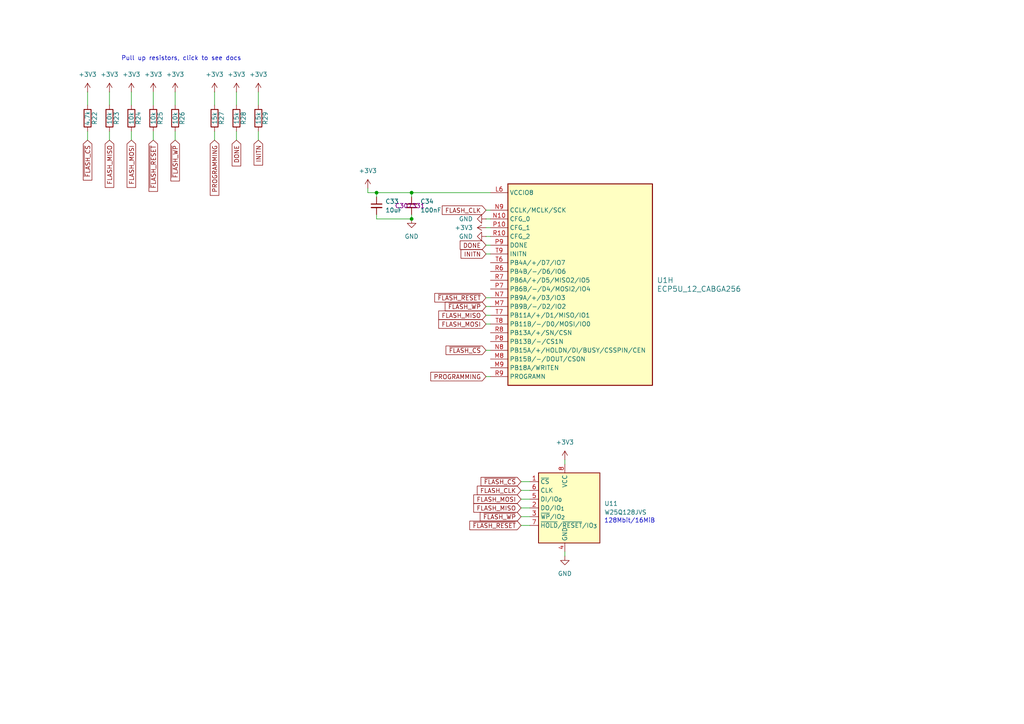
<source format=kicad_sch>
(kicad_sch (version 20250114) (generator "eeschema") (generator_version "9.0")
  (paper "A4")
  (title_block (title "Icepi zero") (date "2025-04-26") (rev "v1") (company "Chengyin Yao (cheyao)") (comment 1 "https://github.com/cheyao/icepi-zero"))
  (lib_symbols
    (symbol "Device:C_Small" (pin_numbers (hide yes)) (pin_names (offset 0.254) (hide yes))
      (property "Reference" "C" (at 0.254 1.778 0))
      (property "Value" "C_Small" (at 0.254 -2.032 0))
      (symbol "C_Small_0_1"
        (polyline (pts (xy -1.524 0.508) (xy 1.524 0.508)) (stroke (width 0.3048)))
        (polyline (pts (xy -1.524 -0.508) (xy 1.524 -0.508)) (stroke (width 0.3302)))
      )
      (symbol "C_Small_1_1"
        (pin passive line (at 0 2.54 270) (length 2.032) (name "~") (number "1"))
        (pin passive line (at 0 -2.54 90) (length 2.032) (name "~") (number "2"))
      )
    )
    (symbol "Device:R" (pin_numbers (hide yes)) (pin_names (offset 0))
      (property "Reference" "R" (at 2.032 0 90))
      (property "Value" "R" (at 0 0 90))
      (symbol "R_0_1"
        (rectangle (start -1.016 -2.54) (end 1.016 2.54) (stroke (width 0.254)))
      )
      (symbol "R_1_1"
        (pin passive line (at 0 3.81 270) (length 1.27) (name "~") (number "1"))
        (pin passive line (at 0 -3.81 90) (length 1.27) (name "~") (number "2"))
      )
    )
    (symbol "Memory_Flash:W25Q128JVS"
      (property "Reference" "U" (at -6.35 11.43 0))
      (property "Value" "W25Q128JVS" (at 7.62 11.43 0))
      (symbol "W25Q128JVS_0_1"
        (rectangle (start -7.62 10.16) (end 10.16 -10.16) (stroke (width 0.254)) (fill (type background)))
      )
      (symbol "W25Q128JVS_1_1"
        (pin input line (at -10.16 7.62 0) (length 2.54) (name "~{CS}") (number "1"))
        (pin input line (at -10.16 5.08 0) (length 2.54) (name "CLK") (number "6"))
        (pin bidirectional line (at -10.16 2.54 0) (length 2.54) (name "DI/IO_{0}") (number "5"))
        (pin bidirectional line (at -10.16 0 0) (length 2.54) (name "DO/IO_{1}") (number "2"))
        (pin bidirectional line (at -10.16 -2.54 0) (length 2.54) (name "~{WP}/IO_{2}") (number "3"))
        (pin bidirectional line (at -10.16 -5.08 0) (length 2.54) (name "~{HOLD}/~{RESET}/IO_{3}") (number "7"))
        (pin power_in line (at 0 12.7 270) (length 2.54) (name "VCC") (number "8"))
        (pin power_in line (at 0 -12.7 90) (length 2.54) (name "GND") (number "4"))
      )
    )
    (symbol "josh:ECP5U_12_CABGA256"
      (property "Reference" "U" (at -15.24 45.72 0))
      (property "Value" "ECP5U_12_CABGA256" (at 7.62 43.18 0))
      (symbol "ECP5U_12_CABGA256_1_1"
        (rectangle (start -7.62 7.62) (end 6.35 -7.62) (stroke (width 0.001)) (fill (type background)))
        (pin power_in line (at -12.7 5.08 0) (length 5.08) (name "VCC[6]") (number "G6"))
        (pin power_in line (at -12.7 5.08 0) (length 5.08) (name "VCC[6]") (number "G7"))
        (pin power_in line (at -12.7 5.08 0) (length 5.08) (name "VCC[6]") (number "G9"))
        (pin power_in line (at -12.7 5.08 0) (length 5.08) (name "VCC[6]") (number "L10"))
        (pin power_in line (at -12.7 5.08 0) (length 5.08) (name "VCC[6]") (number "L8"))
        (pin power_in line (at -12.7 5.08 0) (length 5.08) (name "VCC[6]") (number "L9"))
        (pin power_in line (at -12.7 2.54 0) (length 5.08) (name "VCCAUX[2]") (number "G11"))
        (pin power_in line (at -12.7 2.54 0) (length 5.08) (name "VCCAUX[2]") (number "L7"))
        (pin power_in line (at -12.7 -5.08 0) (length 5.08) (name "GND[27]") (number "A1"))
        (pin power_in line (at -12.7 -5.08 0) (length 5.08) (name "GND[27]") (number "A16"))
        (pin power_in line (at -12.7 -5.08 0) (length 5.08) (name "GND[27]") (number "D15"))
        (pin power_in line (at -12.7 -5.08 0) (length 5.08) (name "GND[27]") (number "D2"))
        (pin power_in line (at -12.7 -5.08 0) (length 5.08) (name "GND[27]") (number "F8"))
        (pin power_in line (at -12.7 -5.08 0) (length 5.08) (name "GND[27]") (number "F9"))
        (pin power_in line (at -12.7 -5.08 0) (length 5.08) (name "GND[27]") (number "G10"))
        (pin power_in line (at -12.7 -5.08 0) (length 5.08) (name "GND[27]") (number "G8"))
        (pin power_in line (at -12.7 -5.08 0) (length 5.08) (name "GND[27]") (number "H1"))
        (pin power_in line (at -12.7 -5.08 0) (length 5.08) (name "GND[27]") (number "H10"))
        (pin power_in line (at -12.7 -5.08 0) (length 5.08) (name "GND[27]") (number "H16"))
        (pin power_in line (at -12.7 -5.08 0) (length 5.08) (name "GND[27]") (number "H8"))
        (pin power_in line (at -12.7 -5.08 0) (length 5.08) (name "GND[27]") (number "H9"))
        (pin power_in line (at -12.7 -5.08 0) (length 5.08) (name "GND[27]") (number "J10"))
        (pin power_in line (at -12.7 -5.08 0) (length 5.08) (name "GND[27]") (number "J8"))
        (pin power_in line (at -12.7 -5.08 0) (length 5.08) (name "GND[27]") (number "J9"))
        (pin power_in line (at -12.7 -5.08 0) (length 5.08) (name "GND[27]") (number "K10"))
        (pin power_in line (at -12.7 -5.08 0) (length 5.08) (name "GND[27]") (number "K6"))
        (pin power_in line (at -12.7 -5.08 0) (length 5.08) (name "GND[27]") (number "K7"))
        (pin power_in line (at -12.7 -5.08 0) (length 5.08) (name "GND[27]") (number "K8"))
        (pin power_in line (at -12.7 -5.08 0) (length 5.08) (name "GND[27]") (number "K9"))
        (pin power_in line (at -12.7 -5.08 0) (length 5.08) (name "GND[27]") (number "N15"))
        (pin power_in line (at -12.7 -5.08 0) (length 5.08) (name "GND[27]") (number "N2"))
        (pin power_in line (at -12.7 -5.08 0) (length 5.08) (name "GND[27]") (number "T1"))
        (pin power_in line (at -12.7 -5.08 0) (length 5.08) (name "GND[27]") (number "T12"))
        (pin power_in line (at -12.7 -5.08 0) (length 5.08) (name "GND[27]") (number "T16"))
        (pin power_in line (at -12.7 -5.08 0) (length 5.08) (name "GND[27]") (number "T5"))
      )
      (symbol "ECP5U_12_CABGA256_2_1"
        (rectangle (start -16.51 40.64) (end 8.89 -27.94) (stroke (width 0.305)) (fill (type background)))
        (pin power_in line (at -21.59 38.1 0) (length 5.08) (name "VCCIO0[2]") (number "F6"))
        (pin power_in line (at -21.59 38.1 0) (length 5.08) (name "VCCIO0[2]") (number "F7"))
        (pin bidirectional line (at -21.59 33.02 0) (length 5.08) (name "PT4A/+") (number "A2"))
        (pin bidirectional line (at -21.59 30.48 0) (length 5.08) (name "PT4B/-") (number "B3"))
        (pin bidirectional line (at -21.59 27.94 0) (length 5.08) (name "PT6A/+") (number "A3"))
        (pin bidirectional line (at -21.59 25.4 0) (length 5.08) (name "PT6B/-") (number "A4"))
        (pin bidirectional line (at -21.59 22.86 0) (length 5.08) (name "PT9A/+") (number "E4"))
        (pin bidirectional line (at -21.59 20.32 0) (length 5.08) (name "PT9B/-") (number "D4"))
        (pin bidirectional line (at -21.59 17.78 0) (length 5.08) (name "PT11A/+") (number "C4"))
        (pin bidirectional line (at -21.59 15.24 0) (length 5.08) (name "PT11B/-") (number "B4"))
        (pin bidirectional line (at -21.59 12.7 0) (length 5.08) (name "PT13A/+") (number "E5"))
        (pin bidirectional line (at -21.59 10.16 0) (length 5.08) (name "PT13B/-") (number "D5"))
        (pin bidirectional line (at -21.59 7.62 0) (length 5.08) (name "PT15A/+") (number "C5"))
        (pin bidirectional line (at -21.59 5.08 0) (length 5.08) (name "PT15B/-") (number "B5"))
        (pin bidirectional line (at -21.59 2.54 0) (length 5.08) (name "PT18A/+") (number "A5"))
        (pin bidirectional line (at -21.59 0 0) (length 5.08) (name "PT18B/-") (number "A6"))
        (pin bidirectional line (at -21.59 -2.54 0) (length 5.08) (name "PT20A/+") (number "E6"))
        (pin bidirectional line (at -21.59 -5.08 0) (length 5.08) (name "PT20B/-") (number "D6"))
        (pin bidirectional line (at -21.59 -7.62 0) (length 5.08) (name "PT22A/+") (number "C6"))
        (pin bidirectional line (at -21.59 -10.16 0) (length 5.08) (name "PT22B/-") (number "B6"))
        (pin bidirectional line (at -21.59 -12.7 0) (length 5.08) (name "PT24A/+/GR_PCLK0_1") (number "E7"))
        (pin bidirectional line (at -21.59 -15.24 0) (length 5.08) (name "PT24B/-/GR_PCLK0_0") (number "D7"))
        (pin bidirectional line (at -21.59 -17.78 0) (length 5.08) (name "PT27A/+/PCLKT0_1") (number "C7"))
        (pin bidirectional line (at -21.59 -20.32 0) (length 5.08) (name "PT27B/-/PCLKC0_1") (number "B7"))
        (pin bidirectional line (at -21.59 -22.86 0) (length 5.08) (name "PT29A/+/PCLKT0_0") (number "A7"))
        (pin bidirectional line (at -21.59 -25.4 0) (length 5.08) (name "PT29B/-/PCLKC0_0") (number "A8"))
      )
      (symbol "ECP5U_12_CABGA256_3_1"
        (rectangle (start -16.51 40.64) (end 8.89 -48.26) (stroke (width 0.305)) (fill (type background)))
        (pin power_in line (at -21.59 38.1 0) (length 5.08) (name "VCCIO1[2]") (number "F10"))
        (pin power_in line (at -21.59 38.1 0) (length 5.08) (name "VCCIO1[2]") (number "F11"))
        (pin bidirectional line (at -21.59 33.02 0) (length 5.08) (name "PT33A/+/PCLKT1_1") (number "E8"))
        (pin bidirectional line (at -21.59 30.48 0) (length 5.08) (name "PT33B/-/PCLKC1_1") (number "D8"))
        (pin bidirectional line (at -21.59 27.94 0) (length 5.08) (name "PT35A/+/PCLKT1_0") (number "C8"))
        (pin bidirectional line (at -21.59 25.4 0) (length 5.08) (name "PT35B/-/PCLKC1_0") (number "B8"))
        (pin bidirectional line (at -21.59 22.86 0) (length 5.08) (name "PT38A/+/GR_PCLK1_0") (number "B9"))
        (pin bidirectional line (at -21.59 20.32 0) (length 5.08) (name "PT38B/-/GR_PCLK1_1") (number "C9"))
        (pin bidirectional line (at -21.59 17.78 0) (length 5.08) (name "PT40A/+") (number "D9"))
        (pin bidirectional line (at -21.59 15.24 0) (length 5.08) (name "PT40B/-") (number "E9"))
        (pin bidirectional line (at -21.59 12.7 0) (length 5.08) (name "PT42A/+") (number "A9"))
        (pin bidirectional line (at -21.59 10.16 0) (length 5.08) (name "PT42B/-") (number "A10"))
        (pin bidirectional line (at -21.59 7.62 0) (length 5.08) (name "PT44A/+") (number "B10"))
        (pin bidirectional line (at -21.59 5.08 0) (length 5.08) (name "PT44B/-") (number "C10"))
        (pin bidirectional line (at -21.59 2.54 0) (length 5.08) (name "PT47A/+") (number "D10"))
        (pin bidirectional line (at -21.59 0 0) (length 5.08) (name "PT47B/-") (number "E10"))
        (pin bidirectional line (at -21.59 -2.54 0) (length 5.08) (name "PT49A/+") (number "B11"))
        (pin bidirectional line (at -21.59 -5.08 0) (length 5.08) (name "PT49B/-") (number "C11"))
        (pin bidirectional line (at -21.59 -7.62 0) (length 5.08) (name "PT51A/+") (number "D11"))
        (pin bidirectional line (at -21.59 -10.16 0) (length 5.08) (name "PT51B/-") (number "E11"))
        (pin bidirectional line (at -21.59 -12.7 0) (length 5.08) (name "PT53A/+") (number "A11"))
        (pin bidirectional line (at -21.59 -15.24 0) (length 5.08) (name "PT53B/-") (number "A12"))
        (pin bidirectional line (at -21.59 -17.78 0) (length 5.08) (name "PT56A/+") (number "B12"))
        (pin bidirectional line (at -21.59 -20.32 0) (length 5.08) (name "PT56B/-") (number "C12"))
        (pin bidirectional line (at -21.59 -22.86 0) (length 5.08) (name "PT58A/+") (number "D12"))
        (pin bidirectional line (at -21.59 -25.4 0) (length 5.08) (name "PT58B/-") (number "E12"))
        (pin bidirectional line (at -21.59 -27.94 0) (length 5.08) (name "PT60A/+") (number "B13"))
        (pin bidirectional line (at -21.59 -30.48 0) (length 5.08) (name "PT60B/-") (number "C13"))
        (pin bidirectional line (at -21.59 -33.02 0) (length 5.08) (name "PT62A/+") (number "D13"))
        (pin bidirectional line (at -21.59 -35.56 0) (length 5.08) (name "PT62B/-") (number "E13"))
        (pin bidirectional line (at -21.59 -38.1 0) (length 5.08) (name "PT65A/+") (number "A13"))
        (pin bidirectional line (at -21.59 -40.64 0) (length 5.08) (name "PT65B/-") (number "A14"))
        (pin bidirectional line (at -21.59 -43.18 0) (length 5.08) (name "PT67A/+") (number "B14"))
        (pin bidirectional line (at -21.59 -45.72 0) (length 5.08) (name "PT67B/-") (number "A15"))
      )
      (symbol "ECP5U_12_CABGA256_4_1"
        (rectangle (start -16.51 40.64) (end 21.59 -48.26) (stroke (width 0.305)) (fill (type background)))
        (pin power_in line (at -21.59 38.1 0) (length 5.08) (name "VCCIO2[2]") (number "H11"))
        (pin power_in line (at -21.59 38.1 0) (length 5.08) (name "VCCIO2[2]") (number "J11"))
        (pin bidirectional line (at -21.59 33.02 0) (length 5.08) (name "PR2A/+/HS/RDQ8") (number "B16"))
        (pin bidirectional line (at -21.59 30.48 0) (length 5.08) (name "PR2B/-/S0_IN/HS/RDQ8") (number "B15"))
        (pin bidirectional line (at -21.59 27.94 0) (length 5.08) (name "PR2C/+/RDQ8") (number "C14"))
        (pin bidirectional line (at -21.59 25.4 0) (length 5.08) (name "PR2D/-/RDQ8") (number "D14"))
        (pin bidirectional line (at -21.59 22.86 0) (length 5.08) (name "PR5A/+/HS/RDQ8") (number "C16"))
        (pin bidirectional line (at -21.59 20.32 0) (length 5.08) (name "PR5B/-/HS/RDQ8") (number "C15"))
        (pin bidirectional line (at -21.59 17.78 0) (length 5.08) (name "PR5C/+/RDQ8") (number "E14"))
        (pin bidirectional line (at -21.59 15.24 0) (length 5.08) (name "PR5D/-/RDQ8") (number "F14"))
        (pin bidirectional line (at -21.59 12.7 0) (length 5.08) (name "PR8A/+/HS/RDQS8") (number "D16"))
        (pin bidirectional line (at -21.59 10.16 0) (length 5.08) (name "PR8B/-/HS/RDQSN8") (number "E15"))
        (pin bidirectional line (at -21.59 7.62 0) (length 5.08) (name "PR8C/+/RDQ8") (number "F13"))
        (pin bidirectional line (at -21.59 5.08 0) (length 5.08) (name "PR8D/-/RDQ8") (number "F12"))
        (pin bidirectional line (at -21.59 2.54 0) (length 5.08) (name "PR11A/+/HS/RDQ8") (number "G12"))
        (pin bidirectional line (at -21.59 0 0) (length 5.08) (name "PR11B/-/HS/RDQ8") (number "G13"))
        (pin bidirectional line (at -21.59 -2.54 0) (length 5.08) (name "PR11C/+/RDQ8") (number "F15"))
        (pin bidirectional line (at -21.59 -5.08 0) (length 5.08) (name "PR11D/-/RDQ8") (number "E16"))
        (pin bidirectional line (at -21.59 -7.62 0) (length 5.08) (name "PR14A/+/HS/RDQ20") (number "F16"))
        (pin bidirectional line (at -21.59 -10.16 0) (length 5.08) (name "PR14B/-/HS/RDQ20") (number "G15"))
        (pin bidirectional line (at -21.59 -12.7 0) (length 5.08) (name "PR14C/+/VREF1_2/RDQ20") (number "G14"))
        (pin bidirectional line (at -21.59 -15.24 0) (length 5.08) (name "PR14D/-/RDQ20") (number "H14"))
        (pin bidirectional line (at -21.59 -17.78 0) (length 5.08) (name "PR17A/+/HS/RDQ20") (number "H12"))
        (pin bidirectional line (at -21.59 -20.32 0) (length 5.08) (name "PR17B/-/HS/RDQ20") (number "H13"))
        (pin bidirectional line (at -21.59 -22.86 0) (length 5.08) (name "PR17C/+/RDQ20") (number "J13"))
        (pin bidirectional line (at -21.59 -25.4 0) (length 5.08) (name "PR17D/-/RDQ20") (number "J12"))
        (pin bidirectional line (at -21.59 -27.94 0) (length 5.08) (name "PR20A/+/GR_PCLK2_1/HS/RDQS20") (number "G16"))
        (pin bidirectional line (at -21.59 -30.48 0) (length 5.08) (name "PR20B/-/HS/RDQSN20") (number "H15"))
        (pin bidirectional line (at -21.59 -33.02 0) (length 5.08) (name "PR20C/+/GR_PCLK2_0/RDQ20") (number "J14"))
        (pin bidirectional line (at -21.59 -35.56 0) (length 5.08) (name "PR20D/-/RDQ20") (number "K14"))
        (pin bidirectional line (at -21.59 -38.1 0) (length 5.08) (name "PR23A/+/PCLKT2_1/HS/RDQ20") (number "J16"))
        (pin bidirectional line (at -21.59 -40.64 0) (length 5.08) (name "PR23B/-/PCLKC2_1/HS/RDQ20") (number "J15"))
        (pin bidirectional line (at -21.59 -43.18 0) (length 5.08) (name "PR23C/+/PCLKT2_0/RDQ20") (number "K16"))
        (pin bidirectional line (at -21.59 -45.72 0) (length 5.08) (name "PR23D/-/PCLKC2_0/RDQ20") (number "K15"))
      )
      (symbol "ECP5U_12_CABGA256_5_1"
        (rectangle (start -16.51 40.64) (end 19.05 -48.26) (stroke (width 0.305)) (fill (type background)))
        (pin power_in line (at -21.59 38.1 0) (length 5.08) (name "VCCIO3[2]") (number "K11"))
        (pin power_in line (at -21.59 38.1 0) (length 5.08) (name "VCCIO3[2]") (number "L11"))
        (pin bidirectional line (at -21.59 33.02 0) (length 5.08) (name "PR26A/+/PCLKT3_1/HS/RDQ32") (number "L16"))
        (pin bidirectional line (at -21.59 30.48 0) (length 5.08) (name "PR26B/-/PCLKC3_1/HS/RDQ32") (number "L15"))
        (pin bidirectional line (at -21.59 27.94 0) (length 5.08) (name "PR26C/+/PCLKT3_0/RDQ32") (number "M16"))
        (pin bidirectional line (at -21.59 25.4 0) (length 5.08) (name "PR26D/-/PCLKC3_0/RDQ32") (number "M15"))
        (pin bidirectional line (at -21.59 22.86 0) (length 5.08) (name "PR29A/+/GR_PCLK3_0/HS/RDQ32") (number "K13"))
        (pin bidirectional line (at -21.59 20.32 0) (length 5.08) (name "PR29B/-/HS/RDQ32") (number "K12"))
        (pin bidirectional line (at -21.59 17.78 0) (length 5.08) (name "PR29C/+/GR_PCLK3_1/RDQ32") (number "L13"))
        (pin bidirectional line (at -21.59 15.24 0) (length 5.08) (name "PR29D/-/RDQ32") (number "L12"))
        (pin bidirectional line (at -21.59 12.7 0) (length 5.08) (name "PR32A/+/HS/RDQS32") (number "N16"))
        (pin bidirectional line (at -21.59 10.16 0) (length 5.08) (name "PR32B/-/HS/RDQSN32") (number "P15"))
        (pin bidirectional line (at -21.59 7.62 0) (length 5.08) (name "PR32C/+/RDQ32") (number "L14"))
        (pin bidirectional line (at -21.59 5.08 0) (length 5.08) (name "PR32D/-/RDQ32") (number "M14"))
        (pin bidirectional line (at -21.59 2.54 0) (length 5.08) (name "PR35A/+/HS/RDQ32") (number "P16"))
        (pin bidirectional line (at -21.59 0 0) (length 5.08) (name "PR35B/-/VREF1_3/HS/RDQ32") (number "R16"))
        (pin bidirectional line (at -21.59 -2.54 0) (length 5.08) (name "PR35C/+/RDQ32") (number "M13"))
        (pin bidirectional line (at -21.59 -5.08 0) (length 5.08) (name "PR35D/-/RDQ32") (number "N14"))
        (pin bidirectional line (at -21.59 -7.62 0) (length 5.08) (name "PR38A/+/HS/RDQ44") (number "N13"))
        (pin bidirectional line (at -21.59 -10.16 0) (length 5.08) (name "PR38B/-/HS/RDQ44") (number "P14"))
        (pin bidirectional line (at -21.59 -12.7 0) (length 5.08) (name "PR38C/+/RDQ44") (number "R15"))
        (pin bidirectional line (at -21.59 -15.24 0) (length 5.08) (name "PR38D/-/RDQ44") (number "T15"))
        (pin bidirectional line (at -21.59 -17.78 0) (length 5.08) (name "PR41A/+/HS/RDQ44") (number "P13"))
        (pin bidirectional line (at -21.59 -20.32 0) (length 5.08) (name "PR41B/-/HS/RDQ44") (number "R14"))
        (pin bidirectional line (at -21.59 -22.86 0) (length 5.08) (name "PR41C/+/RDQ44") (number "R13"))
        (pin bidirectional line (at -21.59 -25.4 0) (length 5.08) (name "PR41D/-/RDQ44") (number "T14"))
        (pin bidirectional line (at -21.59 -27.94 0) (length 5.08) (name "PR44A/+/HS/RDQS44") (number "R12"))
        (pin bidirectional line (at -21.59 -30.48 0) (length 5.08) (name "PR44B/-/HS/RDQSN44") (number "T13"))
        (pin bidirectional line (at -21.59 -33.02 0) (length 5.08) (name "PR44C/+/RDQ44") (number "M12"))
        (pin bidirectional line (at -21.59 -35.56 0) (length 5.08) (name "PR44D/-/RDQ44") (number "N12"))
        (pin bidirectional line (at -21.59 -38.1 0) (length 5.08) (name "PR47A/+/HS/RDQ44") (number "M11"))
        (pin bidirectional line (at -21.59 -40.64 0) (length 5.08) (name "PR47B/-/HS/RDQ44") (number "N11"))
        (pin bidirectional line (at -21.59 -43.18 0) (length 5.08) (name "PR47C/+/LRC_GPLL0T_IN/RDQ44") (number "P11"))
        (pin bidirectional line (at -21.59 -45.72 0) (length 5.08) (name "PR47D/-/LRC_GPLL0C_IN/RDQ44") (number "P12"))
      )
      (symbol "ECP5U_12_CABGA256_6_1"
        (rectangle (start -16.51 40.64) (end 19.05 -48.26) (stroke (width 0.305)) (fill (type background)))
        (pin power_in line (at -21.59 38.1 0) (length 5.08) (name "VCCIO6[2]") (number "J6"))
        (pin power_in line (at -21.59 38.1 0) (length 5.08) (name "VCCIO6[2]") (number "J7"))
        (pin bidirectional line (at -21.59 33.02 0) (length 5.08) (name "PL26A/+/PCLKT6_1/HS/LDQ32") (number "L1"))
        (pin bidirectional line (at -21.59 30.48 0) (length 5.08) (name "PL26B/-/PCLKC6_1/HS/LDQ32") (number "L2"))
        (pin bidirectional line (at -21.59 27.94 0) (length 5.08) (name "PL26C/+/PCLKT6_0/LDQ32") (number "M1"))
        (pin bidirectional line (at -21.59 25.4 0) (length 5.08) (name "PL26D/-/PCLKC6_0/LDQ32") (number "M2"))
        (pin bidirectional line (at -21.59 22.86 0) (length 5.08) (name "PL29A/+/GR_PCLK6_0/HS/LDQ32") (number "K4"))
        (pin bidirectional line (at -21.59 20.32 0) (length 5.08) (name "PL29B/-/HS/LDQ32") (number "K5"))
        (pin bidirectional line (at -21.59 17.78 0) (length 5.08) (name "PL29C/+/GR_PCLK6_1/LDQ32") (number "L4"))
        (pin bidirectional line (at -21.59 15.24 0) (length 5.08) (name "PL29D/-/LDQ32") (number "L5"))
        (pin bidirectional line (at -21.59 12.7 0) (length 5.08) (name "PL32A/+/HS/LDQS32") (number "N1"))
        (pin bidirectional line (at -21.59 10.16 0) (length 5.08) (name "PL32B/-/HS/LDQSN32") (number "P2"))
        (pin bidirectional line (at -21.59 7.62 0) (length 5.08) (name "PL32C/+/LDQ32") (number "L3"))
        (pin bidirectional line (at -21.59 5.08 0) (length 5.08) (name "PL32D/-/LDQ32") (number "M3"))
        (pin bidirectional line (at -21.59 2.54 0) (length 5.08) (name "PL35A/+/HS/LDQ32") (number "P1"))
        (pin bidirectional line (at -21.59 0 0) (length 5.08) (name "PL35B/-/VREF1_6/HS/LDQ32") (number "R1"))
        (pin bidirectional line (at -21.59 -2.54 0) (length 5.08) (name "PL35C/+/LDQ32") (number "M4"))
        (pin bidirectional line (at -21.59 -5.08 0) (length 5.08) (name "PL35D/-/LDQ32") (number "N3"))
        (pin bidirectional line (at -21.59 -7.62 0) (length 5.08) (name "PL38A/+/HS/LDQ44") (number "N4"))
        (pin bidirectional line (at -21.59 -10.16 0) (length 5.08) (name "PL38B/-/HS/LDQ44") (number "P3"))
        (pin bidirectional line (at -21.59 -12.7 0) (length 5.08) (name "PL38C/+/LDQ44") (number "R2"))
        (pin bidirectional line (at -21.59 -15.24 0) (length 5.08) (name "PL38D/-/LDQ44") (number "T2"))
        (pin bidirectional line (at -21.59 -17.78 0) (length 5.08) (name "PL41A/+/HS/LDQ44") (number "P4"))
        (pin bidirectional line (at -21.59 -20.32 0) (length 5.08) (name "PL41B/-/HS/LDQ44") (number "R3"))
        (pin bidirectional line (at -21.59 -22.86 0) (length 5.08) (name "PL41C/+/LDQ44") (number "R4"))
        (pin bidirectional line (at -21.59 -25.4 0) (length 5.08) (name "PL41D/-/LDQ44") (number "T3"))
        (pin bidirectional line (at -21.59 -27.94 0) (length 5.08) (name "PL44A/+/HS/LDQS44") (number "R5"))
        (pin bidirectional line (at -21.59 -30.48 0) (length 5.08) (name "PL44B/-/HS/LDQSN44") (number "T4"))
        (pin bidirectional line (at -21.59 -33.02 0) (length 5.08) (name "PL44C/+/LDQ44") (number "M5"))
        (pin bidirectional line (at -21.59 -35.56 0) (length 5.08) (name "PL44D/-/LDQ44") (number "N5"))
        (pin bidirectional line (at -21.59 -38.1 0) (length 5.08) (name "PL47A/+/HS/LDQ44") (number "M6"))
        (pin bidirectional line (at -21.59 -40.64 0) (length 5.08) (name "PL47B/-/HS/LDQ44") (number "N6"))
        (pin bidirectional line (at -21.59 -43.18 0) (length 5.08) (name "PL47C/+/LLC_GPLL0T_IN/LDQ44") (number "P6"))
        (pin bidirectional line (at -21.59 -45.72 0) (length 5.08) (name "PL47D/-/LLC_GPLL0C_IN/LDQ44") (number "P5"))
      )
      (symbol "ECP5U_12_CABGA256_7_1"
        (rectangle (start -16.51 40.64) (end 20.32 -46.99) (stroke (width 0.305)) (fill (type background)))
        (pin power_in line (at -21.59 38.1 0) (length 5.08) (name "VCCIO7[2]") (number "H6"))
        (pin power_in line (at -21.59 38.1 0) (length 5.08) (name "VCCIO7[2]") (number "H7"))
        (pin bidirectional line (at -21.59 34.29 0) (length 5.08) (name "PL2A/+/HS/LDQ8") (number "B1"))
        (pin bidirectional line (at -21.59 31.75 0) (length 5.08) (name "PL2B/-/HS/LDQ8") (number "B2"))
        (pin bidirectional line (at -21.59 29.21 0) (length 5.08) (name "PL2C/+/LDQ8") (number "C3"))
        (pin bidirectional line (at -21.59 26.67 0) (length 5.08) (name "PL2D/-/LDQ8") (number "D3"))
        (pin bidirectional line (at -21.59 24.13 0) (length 5.08) (name "PL5A/+/HS/LDQ8") (number "C1"))
        (pin bidirectional line (at -21.59 21.59 0) (length 5.08) (name "PL5B/-/HS/LDQ8") (number "C2"))
        (pin bidirectional line (at -21.59 19.05 0) (length 5.08) (name "PL5C/+/LDQ8") (number "E3"))
        (pin bidirectional line (at -21.59 16.51 0) (length 5.08) (name "PL5D/-/LDQ8") (number "F3"))
        (pin bidirectional line (at -21.59 13.97 0) (length 5.08) (name "PL8A/+/HS/LDQS8") (number "D1"))
        (pin bidirectional line (at -21.59 11.43 0) (length 5.08) (name "PL8B/-/HS/LDQSN8") (number "E2"))
        (pin bidirectional line (at -21.59 8.89 0) (length 5.08) (name "PL8C/+/LDQ8") (number "F4"))
        (pin bidirectional line (at -21.59 6.35 0) (length 5.08) (name "PL8D/-/LDQ8") (number "F5"))
        (pin bidirectional line (at -21.59 3.81 0) (length 5.08) (name "PL11A/+/HS/LDQ8") (number "G5"))
        (pin bidirectional line (at -21.59 1.27 0) (length 5.08) (name "PL11B/-/HS/LDQ8") (number "G4"))
        (pin bidirectional line (at -21.59 -1.27 0) (length 5.08) (name "PL11C/+/LDQ8") (number "F2"))
        (pin bidirectional line (at -21.59 -3.81 0) (length 5.08) (name "PL11D/-/LDQ8") (number "E1"))
        (pin bidirectional line (at -21.59 -6.35 0) (length 5.08) (name "PL14A/+/HS/LDQ20") (number "F1"))
        (pin bidirectional line (at -21.59 -8.89 0) (length 5.08) (name "PL14B/-/HS/LDQ20") (number "G2"))
        (pin bidirectional line (at -21.59 -11.43 0) (length 5.08) (name "PL14C/+/VREF1_7/LDQ20") (number "G3"))
        (pin bidirectional line (at -21.59 -13.97 0) (length 5.08) (name "PL14D/-/LDQ20") (number "H3"))
        (pin bidirectional line (at -21.59 -16.51 0) (length 5.08) (name "PL17A/+/HS/LDQ20") (number "H5"))
        (pin bidirectional line (at -21.59 -19.05 0) (length 5.08) (name "PL17B/-/HS/LDQ20") (number "H4"))
        (pin bidirectional line (at -21.59 -21.59 0) (length 5.08) (name "PL17C/+/LDQ20") (number "J4"))
        (pin bidirectional line (at -21.59 -24.13 0) (length 5.08) (name "PL17D/-/LDQ20") (number "J5"))
        (pin bidirectional line (at -21.59 -26.67 0) (length 5.08) (name "PL20A/+/GR_PCLK7_1/HS/LDQS20") (number "G1"))
        (pin bidirectional line (at -21.59 -29.21 0) (length 5.08) (name "PL20B/-/HS/LDQSN20") (number "H2"))
        (pin bidirectional line (at -21.59 -31.75 0) (length 5.08) (name "PL20C/+/GR_PCLK7_0/LDQ20") (number "J3"))
        (pin bidirectional line (at -21.59 -34.29 0) (length 5.08) (name "PL20D/-/LDQ20") (number "K3"))
        (pin bidirectional line (at -21.59 -36.83 0) (length 5.08) (name "PL23A/+/PCLKT7_1/HS/LDQ20") (number "J1"))
        (pin bidirectional line (at -21.59 -39.37 0) (length 5.08) (name "PL23B/-/PCLKC7_1/HS/LDQ20") (number "J2"))
        (pin bidirectional line (at -21.59 -41.91 0) (length 5.08) (name "PL23C/+/PCLKT7_0/LDQ20") (number "K1"))
        (pin bidirectional line (at -21.59 -44.45 0) (length 5.08) (name "PL23D/-/PCLKC7_0/LDQ20") (number "K2"))
      )
      (symbol "ECP5U_12_CABGA256_8_1"
        (rectangle (start -16.51 40.64) (end 25.4 -17.78) (stroke (width 0.305)) (fill (type background)))
        (pin power_in line (at -21.59 38.1 0) (length 5.08) (name "VCCIO8") (number "L6"))
        (pin bidirectional line (at -21.59 33.02 0) (length 5.08) (name "CCLK/MCLK/SCK") (number "N9"))
        (pin bidirectional line (at -21.59 30.48 0) (length 5.08) (name "CFG_0") (number "N10"))
        (pin bidirectional line (at -21.59 27.94 0) (length 5.08) (name "CFG_1") (number "P10"))
        (pin bidirectional line (at -21.59 25.4 0) (length 5.08) (name "CFG_2") (number "R10"))
        (pin bidirectional line (at -21.59 22.86 0) (length 5.08) (name "DONE") (number "P9"))
        (pin bidirectional line (at -21.59 20.32 0) (length 5.08) (name "INITN") (number "T9"))
        (pin bidirectional line (at -21.59 17.78 0) (length 5.08) (name "PB4A/+/D7/IO7") (number "T6"))
        (pin bidirectional line (at -21.59 15.24 0) (length 5.08) (name "PB4B/-/D6/IO6") (number "R6"))
        (pin bidirectional line (at -21.59 12.7 0) (length 5.08) (name "PB6A/+/D5/MISO2/IO5") (number "R7"))
        (pin bidirectional line (at -21.59 10.16 0) (length 5.08) (name "PB6B/-/D4/MOSI2/IO4") (number "P7"))
        (pin bidirectional line (at -21.59 7.62 0) (length 5.08) (name "PB9A/+/D3/IO3") (number "N7"))
        (pin bidirectional line (at -21.59 5.08 0) (length 5.08) (name "PB9B/-/D2/IO2") (number "M7"))
        (pin bidirectional line (at -21.59 2.54 0) (length 5.08) (name "PB11A/+/D1/MISO/IO1") (number "T7"))
        (pin bidirectional line (at -21.59 0 0) (length 5.08) (name "PB11B/-/D0/MOSI/IO0") (number "T8"))
        (pin bidirectional line (at -21.59 -2.54 0) (length 5.08) (name "PB13A/+/SN/CSN") (number "R8"))
        (pin bidirectional line (at -21.59 -5.08 0) (length 5.08) (name "PB13B/-/CS1N") (number "P8"))
        (pin bidirectional line (at -21.59 -7.62 0) (length 5.08) (name "PB15A/+/HOLDN/DI/BUSY/CSSPIN/CEN") (number "N8"))
        (pin bidirectional line (at -21.59 -10.16 0) (length 5.08) (name "PB15B/-/DOUT/CSON") (number "M8"))
        (pin bidirectional line (at -21.59 -12.7 0) (length 5.08) (name "PB18A/WRITEN") (number "M9"))
        (pin bidirectional line (at -21.59 -15.24 0) (length 5.08) (name "PROGRAMN") (number "R9"))
      )
      (symbol "ECP5U_12_CABGA256_9_1"
        (rectangle (start -2.54 6.35) (end 5.08 -6.35) (stroke (width 0.305)) (fill (type background)))
        (pin bidirectional line (at -7.62 3.81 0) (length 5.08) (name "TCK") (number "T10"))
        (pin bidirectional line (at -7.62 1.27 0) (length 5.08) (name "TDI") (number "R11"))
        (pin bidirectional line (at -7.62 -1.27 0) (length 5.08) (name "TDO") (number "M10"))
        (pin bidirectional line (at -7.62 -3.81 0) (length 5.08) (name "TMS") (number "T11"))
      )
    )
    (symbol "power:+3V3" (power) (pin_numbers (hide yes)) (pin_names (offset 0) (hide yes))
      (property "Value" "+3V3" (at 0 3.556 0))
      (symbol "+3V3_0_1"
        (polyline (pts (xy -0.762 1.27) (xy 0 2.54)))
        (polyline (pts (xy 0 2.54) (xy 0.762 1.27)))
        (polyline (pts (xy 0 0) (xy 0 2.54)))
      )
      (symbol "+3V3_1_1"
        (pin power_in line (at 0 0 90) (length 0) (name "~") (number "1"))
      )
    )
    (symbol "power:GND" (power) (pin_numbers (hide yes)) (pin_names (offset 0) (hide yes))
      (property "Value" "GND" (at 0 -3.81 0))
      (symbol "GND_0_1"
        (polyline (pts (xy 0 0) (xy 0 -1.27) (xy 1.27 -1.27) (xy 0 -2.54) (xy -1.27 -1.27) (xy 0 -1.27)))
      )
      (symbol "GND_1_1"
        (pin power_in line (at 0 0 270) (length 0) (name "~") (number "1"))
      )
    )
  )
  (text "128Mbit/16MiB" (at 182.626 151.13 0) (effects (font (size 1.27 1.27))))
  (text "Pull up resistors, click to see docs" (at 52.578 17.018 0) (effects (font (size 1.27 1.27))))
  (junction (at 109.22 55.88))
  (junction (at 119.38 55.88))
  (junction (at 119.38 63.5))
  (wire (pts (xy 68.58 38.1) (xy 68.58 40.64)))
  (wire (pts (xy 140.97 88.9) (xy 142.24 88.9)))
  (wire (pts (xy 140.97 68.58) (xy 142.24 68.58)))
  (wire (pts (xy 140.97 71.12) (xy 142.24 71.12)))
  (wire (pts (xy 38.1 26.67) (xy 38.1 30.48)))
  (wire (pts (xy 109.22 63.5) (xy 119.38 63.5)))
  (wire (pts (xy 25.4 38.1) (xy 25.4 40.64)))
  (wire (pts (xy 109.22 55.88) (xy 109.22 57.15)))
  (wire (pts (xy 31.75 26.67) (xy 31.75 30.48)))
  (wire (pts (xy 109.22 55.88) (xy 119.38 55.88)))
  (wire (pts (xy 106.68 55.88) (xy 109.22 55.88)))
  (wire (pts (xy 50.8 38.1) (xy 50.8 40.64)))
  (wire (pts (xy 119.38 63.5) (xy 119.38 62.23)))
  (wire (pts (xy 74.93 26.67) (xy 74.93 30.48)))
  (wire (pts (xy 44.45 38.1) (xy 44.45 40.64)))
  (wire (pts (xy 140.97 91.44) (xy 142.24 91.44)))
  (wire (pts (xy 140.97 60.96) (xy 142.24 60.96)))
  (wire (pts (xy 38.1 38.1) (xy 38.1 40.64)))
  (wire (pts (xy 151.13 152.4) (xy 153.67 152.4)))
  (wire (pts (xy 151.13 142.24) (xy 153.67 142.24)))
  (wire (pts (xy 140.97 101.6) (xy 142.24 101.6)))
  (wire (pts (xy 44.45 26.67) (xy 44.45 30.48)))
  (wire (pts (xy 151.13 144.78) (xy 153.67 144.78)))
  (wire (pts (xy 140.97 86.36) (xy 142.24 86.36)))
  (wire (pts (xy 140.97 109.22) (xy 142.24 109.22)))
  (wire (pts (xy 109.22 62.23) (xy 109.22 63.5)))
  (wire (pts (xy 151.13 147.32) (xy 153.67 147.32)))
  (wire (pts (xy 68.58 26.67) (xy 68.58 30.48)))
  (wire (pts (xy 119.38 55.88) (xy 142.24 55.88)))
  (wire (pts (xy 119.38 55.88) (xy 119.38 57.15)))
  (wire (pts (xy 151.13 149.86) (xy 153.67 149.86)))
  (wire (pts (xy 50.8 26.67) (xy 50.8 30.48)))
  (wire (pts (xy 163.83 160.02) (xy 163.83 161.29)))
  (wire (pts (xy 62.23 26.67) (xy 62.23 30.48)))
  (wire (pts (xy 140.97 93.98) (xy 142.24 93.98)))
  (wire (pts (xy 31.75 38.1) (xy 31.75 40.64)))
  (wire (pts (xy 74.93 38.1) (xy 74.93 40.64)))
  (wire (pts (xy 163.83 133.35) (xy 163.83 134.62)))
  (wire (pts (xy 25.4 26.67) (xy 25.4 30.48)))
  (wire (pts (xy 140.97 73.66) (xy 142.24 73.66)))
  (wire (pts (xy 140.97 66.04) (xy 142.24 66.04)))
  (wire (pts (xy 151.13 139.7) (xy 153.67 139.7)))
  (wire (pts (xy 106.68 54.61) (xy 106.68 55.88)))
  (wire (pts (xy 140.97 63.5) (xy 142.24 63.5)))
  (wire (pts (xy 62.23 38.1) (xy 62.23 40.64)))
  (global_label "FLASH_CLK" (shape input) (at 151.13 142.24 180) (property "Intersheetrefs" "${INTERSHEET_REFS}" (effects (hide yes))))
  (global_label "~{FLASH_CS}" (shape input) (at 151.13 139.7 180) (property "Intersheetrefs" "${INTERSHEET_REFS}" (effects (hide yes))))
  (global_label "FLASH_MOSI" (shape input) (at 140.97 93.98 180) (property "Intersheetrefs" "${INTERSHEET_REFS}" (effects (hide yes))))
  (global_label "PROGRAMMING" (shape input) (at 140.97 109.22 180) (property "Intersheetrefs" "${INTERSHEET_REFS}" (effects (hide yes))))
  (global_label "INITN" (shape input) (at 74.93 40.64 270) (property "Intersheetrefs" "${INTERSHEET_REFS}" (effects (hide yes))))
  (global_label "~{FLASH_CS}" (shape input) (at 140.97 101.6 180) (property "Intersheetrefs" "${INTERSHEET_REFS}" (effects (hide yes))))
  (global_label "~{FLASH_RESET}" (shape input) (at 140.97 86.36 180) (property "Intersheetrefs" "${INTERSHEET_REFS}" (effects (hide yes))))
  (global_label "INITN" (shape input) (at 140.97 73.66 180) (property "Intersheetrefs" "${INTERSHEET_REFS}" (effects (hide yes))))
  (global_label "PROGRAMMING" (shape input) (at 62.23 40.64 270) (property "Intersheetrefs" "${INTERSHEET_REFS}" (effects (hide yes))))
  (global_label "DONE" (shape input) (at 140.97 71.12 180) (property "Intersheetrefs" "${INTERSHEET_REFS}" (effects (hide yes))))
  (global_label "DONE" (shape input) (at 68.58 40.64 270) (property "Intersheetrefs" "${INTERSHEET_REFS}" (effects (hide yes))))
  (global_label "FLASH_MOSI" (shape input) (at 151.13 144.78 180) (property "Intersheetrefs" "${INTERSHEET_REFS}" (effects (hide yes))))
  (global_label "~{FLASH_RESET}" (shape input) (at 151.13 152.4 180) (property "Intersheetrefs" "${INTERSHEET_REFS}" (effects (hide yes))))
  (global_label "FLASH_MISO" (shape input) (at 140.97 91.44 180) (property "Intersheetrefs" "${INTERSHEET_REFS}" (effects (hide yes))))
  (global_label "FLASH_MOSI" (shape input) (at 38.1 40.64 270) (property "Intersheetrefs" "${INTERSHEET_REFS}" (effects (hide yes))))
  (global_label "~{FLASH_WP}" (shape input) (at 50.8 40.64 270) (property "Intersheetrefs" "${INTERSHEET_REFS}" (effects (hide yes))))
  (global_label "FLASH_MISO" (shape input) (at 31.75 40.64 270) (property "Intersheetrefs" "${INTERSHEET_REFS}" (effects (hide yes))))
  (global_label "~{FLASH_WP}" (shape input) (at 151.13 149.86 180) (property "Intersheetrefs" "${INTERSHEET_REFS}" (effects (hide yes))))
  (global_label "FLASH_MISO" (shape input) (at 151.13 147.32 180) (property "Intersheetrefs" "${INTERSHEET_REFS}" (effects (hide yes))))
  (global_label "~{FLASH_RESET}" (shape input) (at 44.45 40.64 270) (property "Intersheetrefs" "${INTERSHEET_REFS}" (effects (hide yes))))
  (global_label "~{FLASH_WP}" (shape input) (at 140.97 88.9 180) (property "Intersheetrefs" "${INTERSHEET_REFS}" (effects (hide yes))))
  (global_label "~{FLASH_CS}" (shape input) (at 25.4 40.64 270) (property "Intersheetrefs" "${INTERSHEET_REFS}" (effects (hide yes))))
  (global_label "FLASH_CLK" (shape input) (at 140.97 60.96 180) (property "Intersheetrefs" "${INTERSHEET_REFS}" (effects (hide yes))))
  (symbol (lib_id "Device:C_Small") (at 119.38 59.69 0) (unit 1)
    (property "Reference" "C34" (at 121.92 58.4262 0) (effects (justify left)))
    (property "Value" "100nF" (at 121.92 60.9662 0) (effects (justify left)))
    (property "Footprint" "Capacitor_SMD:C_0402_1005Metric" (effects (hide yes)))
    (property "Description" "Unpolarized capacitor, small symbol" (effects (hide yes)))
    (property "JLCPCB Part #" "C307331 " (at 119.38 59.69 0))
  )
  (symbol (lib_id "power:+3V3") (at 31.75 26.67 0) (unit 1)
    (property "Reference" "#PWR055" (effects (hide yes)))
    (property "Value" "+3V3" (at 31.75 21.59 0))
    (property "Description" "Power symbol creates a global label with name \"+3V3\"" (effects (hide yes)))
  )
  (symbol (lib_id "Memory_Flash:W25Q128JVS") (at 163.83 147.32 0) (unit 1)
    (property "Reference" "U11" (at 175.26 146.0499 0) (effects (justify left)))
    (property "Value" "W25Q128JVS" (at 175.26 148.5899 0) (effects (justify left)))
    (property "Footprint" "Package_SO:SOIC-8_5.3x5.3mm_P1.27mm" (effects (hide yes)))
    (property "Datasheet" "https://www.winbond.com/resource-files/w25q128jv_dtr%20revc%2003272018%20plus.pdf" (effects (hide yes)))
    (property "Description" "128Mbit / 16MiB Serial Flash Memory, Standard/Dual/Quad SPI, 2.7-3.6V, SOIC-8" (effects (hide yes)))
    (property "JLCPCB Part #" "C97521" (effects (hide yes)))
  )
  (symbol (lib_id "power:GND") (at 119.38 63.5 0) (unit 1)
    (property "Reference" "#PWR071" (effects (hide yes)))
    (property "Value" "GND" (at 119.38 68.58 0))
    (property "Description" "Power symbol creates a global label with name \"GND\" , ground" (effects (hide yes)))
  )
  (symbol (lib_id "power:+3V3") (at 74.93 26.67 0) (unit 1)
    (property "Reference" "#PWR084" (effects (hide yes)))
    (property "Value" "+3V3" (at 74.93 21.59 0))
    (property "Description" "Power symbol creates a global label with name \"+3V3\"" (effects (hide yes)))
  )
  (symbol (lib_id "power:GND") (at 140.97 63.5 270) (unit 1)
    (property "Reference" "#PWR051" (effects (hide yes)))
    (property "Value" "GND" (at 137.16 63.4999 90) (effects (justify right)))
    (property "Description" "Power symbol creates a global label with name \"GND\" , ground" (effects (hide yes)))
  )
  (symbol (lib_id "Device:C_Small") (at 109.22 59.69 0) (unit 1)
    (property "Reference" "C33" (at 111.76 58.4262 0) (effects (justify left)))
    (property "Value" "10uF" (at 111.76 60.9662 0) (effects (justify left)))
    (property "Footprint" "Capacitor_SMD:C_0603_1608Metric" (effects (hide yes)))
    (property "Description" "Unpolarized capacitor, small symbol" (effects (hide yes)))
  )
  (symbol (lib_id "Device:R") (at 62.23 34.29 0) (unit 1)
    (property "Reference" "R27" (at 64.262 34.29 90))
    (property "Value" "15k" (at 62.23 34.29 90))
    (property "Footprint" "Resistor_SMD:R_0402_1005Metric" (effects (hide yes)))
    (property "JLCPCB Part #" "C25756 " (effects (hide yes)))
  )
  (symbol (lib_id "power:+3V3") (at 163.83 133.35 0) (unit 1)
    (property "Reference" "#PWR050" (effects (hide yes)))
    (property "Value" "+3V3" (at 163.83 128.27 0))
    (property "Description" "Power symbol creates a global label with name \"+3V3\"" (effects (hide yes)))
  )
  (symbol (lib_id "power:+3V3") (at 25.4 26.67 0) (unit 1)
    (property "Reference" "#PWR054" (effects (hide yes)))
    (property "Value" "+3V3" (at 25.4 21.59 0))
    (property "Description" "Power symbol creates a global label with name \"+3V3\"" (effects (hide yes)))
  )
  (symbol (lib_id "power:+3V3") (at 140.97 66.04 90) (unit 1)
    (property "Reference" "#PWR053" (effects (hide yes)))
    (property "Value" "+3V3" (at 137.16 66.0399 90) (effects (justify left)))
    (property "Description" "Power symbol creates a global label with name \"+3V3\"" (effects (hide yes)))
  )
  (symbol (lib_id "power:+3V3") (at 106.68 54.61 0) (unit 1)
    (property "Reference" "#PWR070" (effects (hide yes)))
    (property "Value" "+3V3" (at 106.68 49.53 0))
    (property "Description" "Power symbol creates a global label with name \"+3V3\"" (effects (hide yes)))
  )
  (symbol (lib_id "Device:R") (at 68.58 34.29 0) (unit 1)
    (property "Reference" "R28" (at 70.612 34.29 90))
    (property "Value" "15k" (at 68.58 34.29 90))
    (property "Footprint" "Resistor_SMD:R_0402_1005Metric" (effects (hide yes)))
    (property "JLCPCB Part #" "C25756 " (effects (hide yes)))
  )
  (symbol (lib_id "power:GND") (at 163.83 161.29 0) (unit 1)
    (property "Reference" "#PWR049" (effects (hide yes)))
    (property "Value" "GND" (at 163.83 166.37 0))
    (property "Description" "Power symbol creates a global label with name \"GND\" , ground" (effects (hide yes)))
  )
  (symbol (lib_id "josh:ECP5U_12_CABGA256") (at 163.83 93.98 0) (unit 8)
    (property "Reference" "U1" (at 190.5 81.2799 0) (effects (font (size 1.524 1.524)) (justify left)))
    (property "Value" "ECP5U_12_CABGA256" (at 190.5 83.8199 0) (effects (font (size 1.524 1.524)) (justify left)))
    (property "Footprint" "Package_BGA:BGA-256_14.0x14.0mm_Layout16x16_P0.8mm_Ball0.45mm_Pad0.32mm_NSMD" (effects (hide yes)))
    (property "Datasheet" "https://www.lcsc.com/datasheet/lcsc_datasheet_2411220131_Lattice-LFE5U-25F-6BG256C_C1521614.pdf" (effects (hide yes)))
    (property "JLCPCB Part #" "C1521614" (effects (hide yes)))
  )
  (symbol (lib_id "Device:R") (at 44.45 34.29 0) (unit 1)
    (property "Reference" "R25" (at 46.482 34.29 90))
    (property "Value" "10k" (at 44.45 34.29 90))
    (property "Footprint" "Resistor_SMD:R_0402_1005Metric" (effects (hide yes)))
    (property "JLCPCB Part #" "C25744" (effects (hide yes)))
  )
  (symbol (lib_id "Device:R") (at 74.93 34.29 0) (unit 1)
    (property "Reference" "R29" (at 76.962 34.29 90))
    (property "Value" "15k" (at 74.93 34.29 90))
    (property "Footprint" "Resistor_SMD:R_0402_1005Metric" (effects (hide yes)))
    (property "JLCPCB Part #" "C25756 " (effects (hide yes)))
  )
  (symbol (lib_id "Device:R") (at 25.4 34.29 0) (unit 1)
    (property "Reference" "R22" (at 27.432 34.29 90))
    (property "Value" "4.7k" (at 25.4 34.29 90))
    (property "Footprint" "Resistor_SMD:R_0402_1005Metric" (effects (hide yes)))
    (property "JLCPCB Part #" "C25900 " (effects (hide yes)))
  )
  (symbol (lib_id "power:+3V3") (at 62.23 26.67 0) (unit 1)
    (property "Reference" "#PWR082" (effects (hide yes)))
    (property "Value" "+3V3" (at 62.23 21.59 0))
    (property "Description" "Power symbol creates a global label with name \"+3V3\"" (effects (hide yes)))
  )
  (symbol (lib_id "power:+3V3") (at 68.58 26.67 0) (unit 1)
    (property "Reference" "#PWR083" (effects (hide yes)))
    (property "Value" "+3V3" (at 68.58 21.59 0))
    (property "Description" "Power symbol creates a global label with name \"+3V3\"" (effects (hide yes)))
  )
  (symbol (lib_id "Device:R") (at 31.75 34.29 0) (unit 1)
    (property "Reference" "R23" (at 33.782 34.29 90))
    (property "Value" "10k" (at 31.75 34.29 90))
    (property "Footprint" "Resistor_SMD:R_0402_1005Metric" (effects (hide yes)))
    (property "JLCPCB Part #" "C25744" (effects (hide yes)))
  )
  (symbol (lib_id "Device:R") (at 50.8 34.29 0) (unit 1)
    (property "Reference" "R26" (at 52.832 34.29 90))
    (property "Value" "10k" (at 50.8 34.29 90))
    (property "Footprint" "Resistor_SMD:R_0402_1005Metric" (effects (hide yes)))
    (property "JLCPCB Part #" "C25744" (effects (hide yes)))
  )
  (symbol (lib_id "power:+3V3") (at 44.45 26.67 0) (unit 1)
    (property "Reference" "#PWR057" (effects (hide yes)))
    (property "Value" "+3V3" (at 44.45 21.59 0))
    (property "Description" "Power symbol creates a global label with name \"+3V3\"" (effects (hide yes)))
  )
  (symbol (lib_id "power:+3V3") (at 38.1 26.67 0) (unit 1)
    (property "Reference" "#PWR056" (effects (hide yes)))
    (property "Value" "+3V3" (at 38.1 21.59 0))
    (property "Description" "Power symbol creates a global label with name \"+3V3\"" (effects (hide yes)))
  )
  (symbol (lib_id "power:+3V3") (at 50.8 26.67 0) (unit 1)
    (property "Reference" "#PWR058" (effects (hide yes)))
    (property "Value" "+3V3" (at 50.8 21.59 0))
    (property "Description" "Power symbol creates a global label with name \"+3V3\"" (effects (hide yes)))
  )
  (symbol (lib_id "Device:R") (at 38.1 34.29 0) (unit 1)
    (property "Reference" "R24" (at 40.132 34.29 90))
    (property "Value" "10k" (at 38.1 34.29 90))
    (property "Footprint" "Resistor_SMD:R_0402_1005Metric" (effects (hide yes)))
    (property "JLCPCB Part #" "C25744" (effects (hide yes)))
  )
  (symbol (lib_id "power:GND") (at 140.97 68.58 270) (unit 1)
    (property "Reference" "#PWR052" (effects (hide yes)))
    (property "Value" "GND" (at 137.16 68.5799 90) (effects (justify right)))
    (property "Description" "Power symbol creates a global label with name \"GND\" , ground" (effects (hide yes)))
  )
)
</source>
